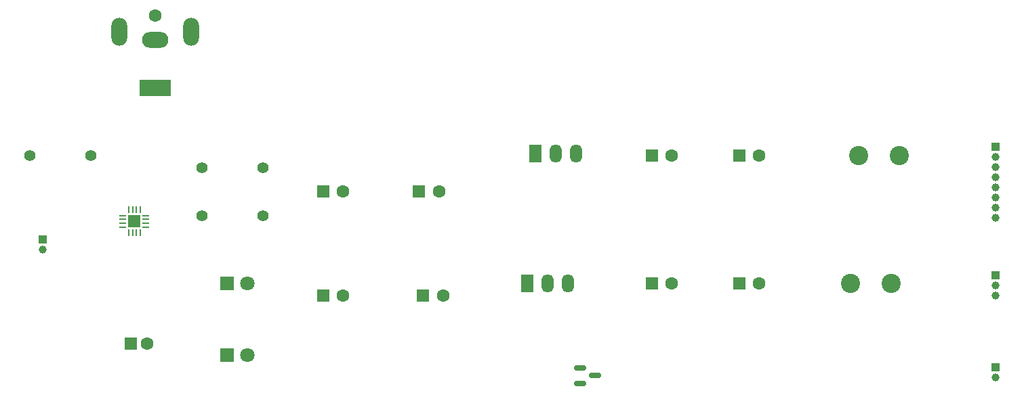
<source format=gbr>
%TF.GenerationSoftware,KiCad,Pcbnew,9.0.6*%
%TF.CreationDate,2026-01-20T17:25:10-06:00*%
%TF.ProjectId,MobileArkhamAsylum,4d6f6269-6c65-4417-926b-68616d417379,rev?*%
%TF.SameCoordinates,Original*%
%TF.FileFunction,Soldermask,Top*%
%TF.FilePolarity,Negative*%
%FSLAX46Y46*%
G04 Gerber Fmt 4.6, Leading zero omitted, Abs format (unit mm)*
G04 Created by KiCad (PCBNEW 9.0.6) date 2026-01-20 17:25:10*
%MOMM*%
%LPD*%
G01*
G04 APERTURE LIST*
G04 Aperture macros list*
%AMRoundRect*
0 Rectangle with rounded corners*
0 $1 Rounding radius*
0 $2 $3 $4 $5 $6 $7 $8 $9 X,Y pos of 4 corners*
0 Add a 4 corners polygon primitive as box body*
4,1,4,$2,$3,$4,$5,$6,$7,$8,$9,$2,$3,0*
0 Add four circle primitives for the rounded corners*
1,1,$1+$1,$2,$3*
1,1,$1+$1,$4,$5*
1,1,$1+$1,$6,$7*
1,1,$1+$1,$8,$9*
0 Add four rect primitives between the rounded corners*
20,1,$1+$1,$2,$3,$4,$5,0*
20,1,$1+$1,$4,$5,$6,$7,0*
20,1,$1+$1,$6,$7,$8,$9,0*
20,1,$1+$1,$8,$9,$2,$3,0*%
G04 Aperture macros list end*
%ADD10RoundRect,0.250000X-0.550000X-0.550000X0.550000X-0.550000X0.550000X0.550000X-0.550000X0.550000X0*%
%ADD11C,1.600000*%
%ADD12R,4.000000X2.000000*%
%ADD13O,3.300000X2.000000*%
%ADD14O,2.000000X3.500000*%
%ADD15RoundRect,0.062500X-0.375000X-0.062500X0.375000X-0.062500X0.375000X0.062500X-0.375000X0.062500X0*%
%ADD16RoundRect,0.062500X-0.062500X-0.375000X0.062500X-0.375000X0.062500X0.375000X-0.062500X0.375000X0*%
%ADD17R,1.600000X1.600000*%
%ADD18RoundRect,0.150000X-0.587500X-0.150000X0.587500X-0.150000X0.587500X0.150000X-0.587500X0.150000X0*%
%ADD19R,1.000000X1.000000*%
%ADD20C,1.000000*%
%ADD21R,1.800000X1.800000*%
%ADD22C,1.800000*%
%ADD23R,1.500000X2.300000*%
%ADD24O,1.500000X2.300000*%
%ADD25C,2.400000*%
%ADD26C,1.400000*%
G04 APERTURE END LIST*
D10*
%TO.C,C1*%
X108500000Y-116000000D03*
D11*
X110500000Y-116000000D03*
%TD*%
%TO.C,J5*%
X111500000Y-75000000D03*
D12*
X111500000Y-84000000D03*
D13*
X111500000Y-78000000D03*
D14*
X116000000Y-77000000D03*
X107000000Y-77000000D03*
%TD*%
D10*
%TO.C,C3*%
X173544888Y-92500000D03*
D11*
X176044888Y-92500000D03*
%TD*%
D15*
%TO.C,U2*%
X107500000Y-100000000D03*
X107500000Y-100500000D03*
X107500000Y-101000000D03*
X107500000Y-101500000D03*
D16*
X108187500Y-102187500D03*
X108687500Y-102187500D03*
X109187500Y-102187500D03*
X109687500Y-102187500D03*
D15*
X110375000Y-101500000D03*
X110375000Y-101000000D03*
X110375000Y-100500000D03*
X110375000Y-100000000D03*
D16*
X109687500Y-99312500D03*
X109187500Y-99312500D03*
X108687500Y-99312500D03*
X108187500Y-99312500D03*
D17*
X108937500Y-100750000D03*
%TD*%
D18*
%TO.C,Q1*%
X164622500Y-119097500D03*
X164622500Y-120997500D03*
X166497500Y-120047500D03*
%TD*%
D19*
%TO.C,J3*%
X216500000Y-91420000D03*
D20*
X216500000Y-92690000D03*
X216500000Y-93960000D03*
X216500000Y-95230000D03*
X216500000Y-96500000D03*
X216500000Y-97770000D03*
X216500000Y-99040000D03*
X216500000Y-100310000D03*
%TD*%
D10*
%TO.C,C2*%
X144500000Y-97000000D03*
D11*
X147000000Y-97000000D03*
%TD*%
D10*
%TO.C,C8*%
X132500000Y-110000000D03*
D11*
X135000000Y-110000000D03*
%TD*%
D21*
%TO.C,D2*%
X120460000Y-108500000D03*
D22*
X123000000Y-108500000D03*
%TD*%
D23*
%TO.C,U3*%
X158000000Y-108500000D03*
D24*
X160540000Y-108500000D03*
X163080000Y-108500000D03*
%TD*%
D19*
%TO.C,J1*%
X216500000Y-107500000D03*
D20*
X216500000Y-108770000D03*
X216500000Y-110040000D03*
%TD*%
D19*
%TO.C,J4*%
X216500000Y-119000000D03*
D20*
X216500000Y-120270000D03*
%TD*%
D25*
%TO.C,R4*%
X203500000Y-108500000D03*
X198420000Y-108500000D03*
%TD*%
D10*
%TO.C,C4*%
X173544888Y-108500000D03*
D11*
X176044888Y-108500000D03*
%TD*%
D10*
%TO.C,C9*%
X184500000Y-108500000D03*
D11*
X187000000Y-108500000D03*
%TD*%
D26*
%TO.C,R1*%
X95880000Y-92500000D03*
X103500000Y-92500000D03*
%TD*%
D21*
%TO.C,D1*%
X120460000Y-117500000D03*
D22*
X123000000Y-117500000D03*
%TD*%
D26*
%TO.C,R3*%
X117380000Y-94000000D03*
X125000000Y-94000000D03*
%TD*%
D19*
%TO.C,J2*%
X97500000Y-103000000D03*
D20*
X97500000Y-104270000D03*
%TD*%
D10*
%TO.C,C5*%
X145000000Y-110000000D03*
D11*
X147500000Y-110000000D03*
%TD*%
D10*
%TO.C,C7*%
X184500000Y-92500000D03*
D11*
X187000000Y-92500000D03*
%TD*%
D23*
%TO.C,U1*%
X159052500Y-92207500D03*
D24*
X161592500Y-92207500D03*
X164132500Y-92207500D03*
%TD*%
D26*
%TO.C,R2*%
X117380000Y-100000000D03*
X125000000Y-100000000D03*
%TD*%
D25*
%TO.C,R5*%
X199420000Y-92500000D03*
X204500000Y-92500000D03*
%TD*%
D10*
%TO.C,C6*%
X132500000Y-97000000D03*
D11*
X135000000Y-97000000D03*
%TD*%
M02*

</source>
